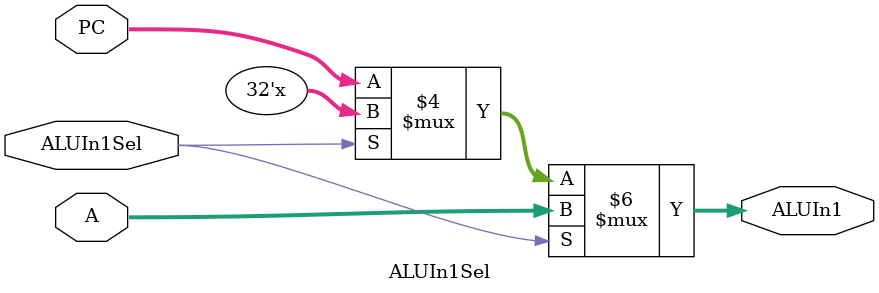
<source format=v>
`timescale 1ns / 1ps


module ALUIn1Sel(input ALUIn1Sel, input [31:0] PC, A, output reg [31:0] ALUIn1);
always@(*)begin
if(ALUIn1Sel == 0)
ALUIn1 <= PC;
if(ALUIn1Sel == 1)
ALUIn1 <= A;
end
endmodule

</source>
